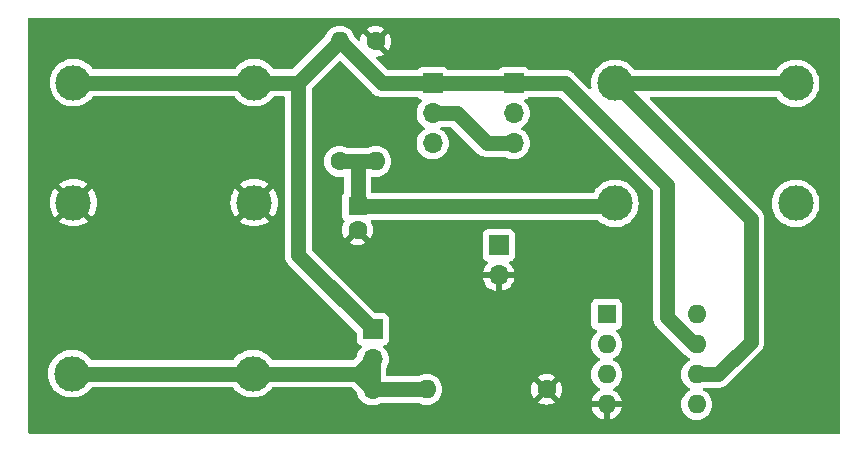
<source format=gtl>
%TF.GenerationSoftware,KiCad,Pcbnew,7.0.2-0*%
%TF.CreationDate,2023-07-09T16:01:25+01:00*%
%TF.ProjectId,jfet-matcher,6a666574-2d6d-4617-9463-6865722e6b69,rev?*%
%TF.SameCoordinates,Original*%
%TF.FileFunction,Copper,L1,Top*%
%TF.FilePolarity,Positive*%
%FSLAX46Y46*%
G04 Gerber Fmt 4.6, Leading zero omitted, Abs format (unit mm)*
G04 Created by KiCad (PCBNEW 7.0.2-0) date 2023-07-09 16:01:25*
%MOMM*%
%LPD*%
G01*
G04 APERTURE LIST*
%TA.AperFunction,ComponentPad*%
%ADD10C,3.000000*%
%TD*%
%TA.AperFunction,ComponentPad*%
%ADD11C,1.600000*%
%TD*%
%TA.AperFunction,ComponentPad*%
%ADD12O,1.600000X1.600000*%
%TD*%
%TA.AperFunction,ComponentPad*%
%ADD13R,1.700000X1.700000*%
%TD*%
%TA.AperFunction,ComponentPad*%
%ADD14O,1.700000X1.700000*%
%TD*%
%TA.AperFunction,ComponentPad*%
%ADD15R,1.600000X1.600000*%
%TD*%
%TA.AperFunction,Conductor*%
%ADD16C,1.270000*%
%TD*%
G04 APERTURE END LIST*
D10*
%TO.P,J4,1*%
%TO.N,/VREF*%
X162246000Y-69342000D03*
X177546000Y-69342000D03*
%TD*%
%TO.P,J3,1*%
%TO.N,Net-(J6-Pin_3)*%
X162246000Y-59182000D03*
X177546000Y-59182000D03*
%TD*%
D11*
%TO.P,R3,1*%
%TO.N,GND*%
X156464000Y-85090000D03*
D12*
%TO.P,R3,2*%
%TO.N,Net-(J8-Pin_2)*%
X146304000Y-85090000D03*
%TD*%
D13*
%TO.P,J5,1,Pin_1*%
%TO.N,Net-(J5-Pin_1)*%
X152400000Y-72898000D03*
D14*
%TO.P,J5,2,Pin_2*%
%TO.N,GND*%
X152400000Y-75438000D03*
%TD*%
D13*
%TO.P,J8,1,Pin_1*%
%TO.N,VCC*%
X141732000Y-80010000D03*
D14*
%TO.P,J8,2,Pin_2*%
%TO.N,Net-(J8-Pin_2)*%
X141732000Y-82550000D03*
%TO.P,J8,3,Pin_3*%
X141732000Y-85090000D03*
%TD*%
D13*
%TO.P,J7,1,Pin_1*%
%TO.N,VCC*%
X146812000Y-59182000D03*
D14*
%TO.P,J7,2,Pin_2*%
%TO.N,Net-(J6-Pin_3)*%
X146812000Y-61722000D03*
%TO.P,J7,3,Pin_3*%
%TO.N,Net-(J5-Pin_1)*%
X146812000Y-64262000D03*
%TD*%
D10*
%TO.P,J1,1*%
%TO.N,VCC*%
X131698000Y-59131000D03*
X116398000Y-59131000D03*
%TD*%
D11*
%TO.P,R1,1*%
%TO.N,/VREF*%
X138938000Y-65786000D03*
D12*
%TO.P,R1,2*%
%TO.N,VCC*%
X138938000Y-55626000D03*
%TD*%
D10*
%TO.P,J9,1*%
%TO.N,Net-(J8-Pin_2)*%
X131572000Y-83769000D03*
X116272000Y-83769000D03*
%TD*%
D15*
%TO.P,C1,1*%
%TO.N,/VREF*%
X140462000Y-69596000D03*
D11*
%TO.P,C1,2*%
%TO.N,GND*%
X140462000Y-71596000D03*
%TD*%
D10*
%TO.P,J2,1*%
%TO.N,GND*%
X131698000Y-69291000D03*
X116398000Y-69291000D03*
%TD*%
D11*
%TO.P,R2,1*%
%TO.N,GND*%
X141986000Y-55626000D03*
D12*
%TO.P,R2,2*%
%TO.N,/VREF*%
X141986000Y-65786000D03*
%TD*%
D15*
%TO.P,U1,1,NULL*%
%TO.N,unconnected-(U1-NULL-Pad1)*%
X161544000Y-78740000D03*
D12*
%TO.P,U1,2,-*%
%TO.N,Net-(J5-Pin_1)*%
X161544000Y-81280000D03*
%TO.P,U1,3,+*%
%TO.N,/VREF*%
X161544000Y-83820000D03*
%TO.P,U1,4,V-*%
%TO.N,GND*%
X161544000Y-86360000D03*
%TO.P,U1,5,NULL*%
%TO.N,unconnected-(U1-NULL-Pad5)*%
X169164000Y-86360000D03*
%TO.P,U1,6*%
%TO.N,Net-(J6-Pin_3)*%
X169164000Y-83820000D03*
%TO.P,U1,7,V+*%
%TO.N,VCC*%
X169164000Y-81280000D03*
%TO.P,U1,8,NC*%
%TO.N,unconnected-(U1-NC-Pad8)*%
X169164000Y-78740000D03*
%TD*%
D13*
%TO.P,J6,1,Pin_1*%
%TO.N,VCC*%
X153670000Y-59182000D03*
D14*
%TO.P,J6,2,Pin_2*%
%TO.N,Net-(J5-Pin_1)*%
X153670000Y-61722000D03*
%TO.P,J6,3,Pin_3*%
%TO.N,Net-(J6-Pin_3)*%
X153670000Y-64262000D03*
%TD*%
D16*
%TO.N,/VREF*%
X140462000Y-69596000D02*
X140462000Y-65786000D01*
X161992000Y-69596000D02*
X162246000Y-69342000D01*
X140462000Y-69596000D02*
X161992000Y-69596000D01*
X140462000Y-65786000D02*
X141986000Y-65786000D01*
X138938000Y-65786000D02*
X140462000Y-65786000D01*
%TO.N,VCC*%
X142494000Y-59182000D02*
X146812000Y-59182000D01*
X138938000Y-55626000D02*
X142494000Y-59182000D01*
X141732000Y-80010000D02*
X135433000Y-73711000D01*
X135433000Y-73711000D02*
X135433000Y-59131000D01*
X166624000Y-78994000D02*
X168910000Y-81280000D01*
X146812000Y-59182000D02*
X153670000Y-59182000D01*
X135433000Y-59131000D02*
X138938000Y-55626000D01*
X131698000Y-59131000D02*
X135433000Y-59131000D01*
X116398000Y-59131000D02*
X131698000Y-59131000D01*
X153670000Y-59182000D02*
X157988000Y-59182000D01*
X157988000Y-59182000D02*
X166624000Y-67818000D01*
X168910000Y-81280000D02*
X169164000Y-81280000D01*
X166624000Y-67818000D02*
X166624000Y-78994000D01*
%TO.N,Net-(J6-Pin_3)*%
X173736000Y-70672000D02*
X173736000Y-81052607D01*
X146812000Y-61722000D02*
X148844000Y-61722000D01*
X148844000Y-61722000D02*
X151384000Y-64262000D01*
X162246000Y-59182000D02*
X173736000Y-70672000D01*
X173736000Y-81052607D02*
X170968607Y-83820000D01*
X162246000Y-59182000D02*
X177546000Y-59182000D01*
X151384000Y-64262000D02*
X153670000Y-64262000D01*
X170968607Y-83820000D02*
X169164000Y-83820000D01*
%TO.N,Net-(J8-Pin_2)*%
X140513000Y-83769000D02*
X140513000Y-83871000D01*
X140513000Y-83871000D02*
X141732000Y-85090000D01*
X141732000Y-82550000D02*
X141732000Y-85090000D01*
X140513000Y-83769000D02*
X141732000Y-82550000D01*
X131572000Y-83769000D02*
X140513000Y-83769000D01*
X141732000Y-85090000D02*
X146304000Y-85090000D01*
X116272000Y-83769000D02*
X131572000Y-83769000D01*
%TD*%
%TA.AperFunction,Conductor*%
%TO.N,GND*%
G36*
X181252539Y-53660185D02*
G01*
X181298294Y-53712989D01*
X181309500Y-53764500D01*
X181309500Y-88729500D01*
X181289815Y-88796539D01*
X181237011Y-88842294D01*
X181185500Y-88853500D01*
X112692500Y-88853500D01*
X112625461Y-88833815D01*
X112579706Y-88781011D01*
X112568500Y-88729500D01*
X112568500Y-83769000D01*
X114258807Y-83769000D01*
X114259096Y-83773225D01*
X114271862Y-83959866D01*
X114277558Y-84043130D01*
X114278419Y-84047277D01*
X114278421Y-84047286D01*
X114286010Y-84083805D01*
X114333462Y-84312153D01*
X114334880Y-84316144D01*
X114334883Y-84316153D01*
X114424056Y-84567061D01*
X114425477Y-84571058D01*
X114427424Y-84574816D01*
X114427426Y-84574820D01*
X114542235Y-84796391D01*
X114551889Y-84815023D01*
X114554335Y-84818488D01*
X114707898Y-85036039D01*
X114707902Y-85036044D01*
X114710343Y-85039502D01*
X114779493Y-85113543D01*
X114874385Y-85215148D01*
X114897889Y-85240314D01*
X115111031Y-85413718D01*
X115345800Y-85556484D01*
X115597823Y-85665953D01*
X115806825Y-85724512D01*
X115858324Y-85738942D01*
X115858326Y-85738942D01*
X115862404Y-85740085D01*
X116134615Y-85777500D01*
X116138852Y-85777500D01*
X116405148Y-85777500D01*
X116409385Y-85777500D01*
X116681596Y-85740085D01*
X116946177Y-85665953D01*
X117198200Y-85556484D01*
X117432969Y-85413718D01*
X117646111Y-85240314D01*
X117833657Y-85039502D01*
X117886251Y-84964991D01*
X117940993Y-84921574D01*
X117987556Y-84912500D01*
X129856444Y-84912500D01*
X129923483Y-84932185D01*
X129957747Y-84964990D01*
X130010343Y-85039502D01*
X130013223Y-85042586D01*
X130013229Y-85042593D01*
X130181229Y-85222476D01*
X130197889Y-85240314D01*
X130411031Y-85413718D01*
X130645800Y-85556484D01*
X130897823Y-85665953D01*
X131106825Y-85724512D01*
X131158324Y-85738942D01*
X131158326Y-85738942D01*
X131162404Y-85740085D01*
X131434615Y-85777500D01*
X131438852Y-85777500D01*
X131705148Y-85777500D01*
X131709385Y-85777500D01*
X131981596Y-85740085D01*
X132246177Y-85665953D01*
X132498200Y-85556484D01*
X132732969Y-85413718D01*
X132946111Y-85240314D01*
X133133657Y-85039502D01*
X133186251Y-84964991D01*
X133240993Y-84921574D01*
X133287556Y-84912500D01*
X139885985Y-84912500D01*
X139953024Y-84932185D01*
X139973666Y-84948819D01*
X140379644Y-85354797D01*
X140412168Y-85412037D01*
X140428155Y-85475165D01*
X140442704Y-85532616D01*
X140453913Y-85558170D01*
X140533138Y-85738788D01*
X140533140Y-85738791D01*
X140656278Y-85927268D01*
X140808760Y-86092906D01*
X140986424Y-86231189D01*
X141184426Y-86338342D01*
X141397365Y-86411444D01*
X141619431Y-86448500D01*
X141844569Y-86448500D01*
X142066635Y-86411444D01*
X142279574Y-86338342D01*
X142445689Y-86248445D01*
X142504707Y-86233500D01*
X145632580Y-86233500D01*
X145684983Y-86245117D01*
X145854757Y-86324284D01*
X146075913Y-86383543D01*
X146304000Y-86403498D01*
X146532087Y-86383543D01*
X146753243Y-86324284D01*
X146960749Y-86227523D01*
X147148300Y-86096198D01*
X147310198Y-85934300D01*
X147441523Y-85746749D01*
X147538284Y-85539243D01*
X147597543Y-85318087D01*
X147617498Y-85090000D01*
X147617498Y-85089999D01*
X155159033Y-85089999D01*
X155178858Y-85316602D01*
X155237733Y-85536326D01*
X155333866Y-85742484D01*
X155384972Y-85815471D01*
X155384973Y-85815472D01*
X156066045Y-85134399D01*
X156078835Y-85215148D01*
X156136359Y-85328045D01*
X156225955Y-85417641D01*
X156338852Y-85475165D01*
X156419599Y-85487953D01*
X155738526Y-86169025D01*
X155738526Y-86169026D01*
X155811515Y-86220133D01*
X156017673Y-86316266D01*
X156237397Y-86375141D01*
X156464000Y-86394966D01*
X156690602Y-86375141D01*
X156910326Y-86316266D01*
X157116480Y-86220134D01*
X157189472Y-86169025D01*
X156508401Y-85487953D01*
X156589148Y-85475165D01*
X156702045Y-85417641D01*
X156791641Y-85328045D01*
X156849165Y-85215148D01*
X156861953Y-85134400D01*
X157543025Y-85815472D01*
X157594134Y-85742480D01*
X157690266Y-85536326D01*
X157749141Y-85316602D01*
X157768966Y-85090000D01*
X157749141Y-84863397D01*
X157690266Y-84643673D01*
X157594133Y-84437515D01*
X157543025Y-84364526D01*
X156861953Y-85045598D01*
X156849165Y-84964852D01*
X156791641Y-84851955D01*
X156702045Y-84762359D01*
X156589148Y-84704835D01*
X156508400Y-84692046D01*
X157189472Y-84010974D01*
X157189471Y-84010972D01*
X157116484Y-83959866D01*
X156910326Y-83863733D01*
X156747113Y-83820000D01*
X160230501Y-83820000D01*
X160250456Y-84048084D01*
X160309717Y-84269246D01*
X160406474Y-84476744D01*
X160406476Y-84476746D01*
X160406477Y-84476749D01*
X160537802Y-84664300D01*
X160699700Y-84826198D01*
X160887251Y-84957523D01*
X160940401Y-84982307D01*
X160992839Y-85028477D01*
X161011992Y-85095670D01*
X160991777Y-85162552D01*
X160940403Y-85207069D01*
X160891520Y-85229864D01*
X160705180Y-85360341D01*
X160544341Y-85521180D01*
X160413865Y-85707519D01*
X160317733Y-85913673D01*
X160265128Y-86109999D01*
X160265128Y-86110000D01*
X161228314Y-86110000D01*
X161216359Y-86121955D01*
X161158835Y-86234852D01*
X161139014Y-86360000D01*
X161158835Y-86485148D01*
X161216359Y-86598045D01*
X161228314Y-86610000D01*
X160265128Y-86610000D01*
X160317733Y-86806326D01*
X160413865Y-87012480D01*
X160544341Y-87198819D01*
X160705180Y-87359658D01*
X160891519Y-87490134D01*
X161097673Y-87586266D01*
X161293999Y-87638871D01*
X161294000Y-87638871D01*
X161294000Y-86675686D01*
X161305955Y-86687641D01*
X161418852Y-86745165D01*
X161512519Y-86760000D01*
X161575481Y-86760000D01*
X161669148Y-86745165D01*
X161782045Y-86687641D01*
X161794000Y-86675685D01*
X161794000Y-87638871D01*
X161990326Y-87586266D01*
X162196480Y-87490134D01*
X162382819Y-87359658D01*
X162543658Y-87198819D01*
X162674134Y-87012480D01*
X162770266Y-86806326D01*
X162822872Y-86610000D01*
X161859686Y-86610000D01*
X161871641Y-86598045D01*
X161929165Y-86485148D01*
X161948986Y-86360000D01*
X161929165Y-86234852D01*
X161871641Y-86121955D01*
X161859686Y-86110000D01*
X162822872Y-86110000D01*
X162822871Y-86109999D01*
X162770266Y-85913673D01*
X162674134Y-85707519D01*
X162543658Y-85521180D01*
X162382819Y-85360341D01*
X162196482Y-85229866D01*
X162147597Y-85207070D01*
X162095158Y-85160897D01*
X162076007Y-85093703D01*
X162096223Y-85026822D01*
X162147595Y-84982308D01*
X162200749Y-84957523D01*
X162388300Y-84826198D01*
X162550198Y-84664300D01*
X162681523Y-84476749D01*
X162778284Y-84269243D01*
X162837543Y-84048087D01*
X162857498Y-83820000D01*
X162837543Y-83591913D01*
X162778284Y-83370757D01*
X162698096Y-83198792D01*
X162681525Y-83163255D01*
X162681524Y-83163254D01*
X162681523Y-83163251D01*
X162550198Y-82975700D01*
X162388300Y-82813802D01*
X162200749Y-82682477D01*
X162157655Y-82662382D01*
X162105215Y-82616210D01*
X162086063Y-82549017D01*
X162106278Y-82482136D01*
X162157655Y-82437618D01*
X162160882Y-82436112D01*
X162200749Y-82417523D01*
X162388300Y-82286198D01*
X162550198Y-82124300D01*
X162681523Y-81936749D01*
X162778284Y-81729243D01*
X162837543Y-81508087D01*
X162857498Y-81280000D01*
X162837543Y-81051913D01*
X162778284Y-80830757D01*
X162681523Y-80623251D01*
X162550198Y-80435700D01*
X162388300Y-80273802D01*
X162380630Y-80268431D01*
X162337008Y-80213858D01*
X162329814Y-80144360D01*
X162361336Y-80082005D01*
X162421566Y-80046590D01*
X162438498Y-80043569D01*
X162453201Y-80041989D01*
X162453203Y-80041988D01*
X162453205Y-80041988D01*
X162541601Y-80009017D01*
X162590204Y-79990889D01*
X162707261Y-79903261D01*
X162794889Y-79786204D01*
X162845989Y-79649201D01*
X162852500Y-79588638D01*
X162852500Y-77891362D01*
X162845989Y-77830799D01*
X162845988Y-77830797D01*
X162845988Y-77830794D01*
X162794889Y-77693796D01*
X162707261Y-77576738D01*
X162590203Y-77489110D01*
X162453205Y-77438011D01*
X162395924Y-77431853D01*
X162395918Y-77431852D01*
X162392638Y-77431500D01*
X160695362Y-77431500D01*
X160692082Y-77431852D01*
X160692075Y-77431853D01*
X160634794Y-77438011D01*
X160497796Y-77489110D01*
X160380738Y-77576738D01*
X160293110Y-77693796D01*
X160242011Y-77830794D01*
X160235853Y-77888075D01*
X160235500Y-77891362D01*
X160235500Y-79588638D01*
X160235852Y-79591918D01*
X160235853Y-79591924D01*
X160242011Y-79649205D01*
X160293110Y-79786203D01*
X160380738Y-79903261D01*
X160497796Y-79990889D01*
X160634794Y-80041988D01*
X160634797Y-80041988D01*
X160634799Y-80041989D01*
X160649497Y-80043569D01*
X160714048Y-80070307D01*
X160753897Y-80127699D01*
X160756391Y-80197524D01*
X160720739Y-80257613D01*
X160707368Y-80268433D01*
X160699698Y-80273803D01*
X160537805Y-80435696D01*
X160406474Y-80623255D01*
X160309717Y-80830753D01*
X160250456Y-81051915D01*
X160230501Y-81280000D01*
X160250456Y-81508084D01*
X160309717Y-81729246D01*
X160406474Y-81936744D01*
X160406476Y-81936746D01*
X160406477Y-81936749D01*
X160537802Y-82124300D01*
X160699700Y-82286198D01*
X160887251Y-82417523D01*
X160927334Y-82436214D01*
X160930345Y-82437618D01*
X160982784Y-82483791D01*
X161001936Y-82550984D01*
X160981720Y-82617865D01*
X160930344Y-82662382D01*
X160887251Y-82682477D01*
X160699700Y-82813802D01*
X160699696Y-82813805D01*
X160537805Y-82975696D01*
X160406474Y-83163255D01*
X160309717Y-83370753D01*
X160250456Y-83591915D01*
X160230501Y-83820000D01*
X156747113Y-83820000D01*
X156690602Y-83804858D01*
X156464000Y-83785033D01*
X156237397Y-83804858D01*
X156017672Y-83863733D01*
X155811516Y-83959865D01*
X155738527Y-84010973D01*
X155738526Y-84010973D01*
X156419600Y-84692046D01*
X156338852Y-84704835D01*
X156225955Y-84762359D01*
X156136359Y-84851955D01*
X156078835Y-84964852D01*
X156066046Y-85045598D01*
X155384973Y-84364527D01*
X155333865Y-84437516D01*
X155237733Y-84643672D01*
X155178858Y-84863397D01*
X155159033Y-85089999D01*
X147617498Y-85089999D01*
X147597543Y-84861913D01*
X147538284Y-84640757D01*
X147441523Y-84433251D01*
X147310198Y-84245700D01*
X147148300Y-84083802D01*
X146960749Y-83952477D01*
X146960746Y-83952476D01*
X146960744Y-83952474D01*
X146753246Y-83855717D01*
X146753243Y-83855716D01*
X146563440Y-83804858D01*
X146532084Y-83796456D01*
X146304000Y-83776501D01*
X146075915Y-83796456D01*
X145854756Y-83855716D01*
X145769009Y-83895700D01*
X145684983Y-83934882D01*
X145632580Y-83946500D01*
X142999500Y-83946500D01*
X142932461Y-83926815D01*
X142886706Y-83874011D01*
X142875500Y-83822500D01*
X142875500Y-83320441D01*
X142895185Y-83253402D01*
X142895692Y-83252619D01*
X142930860Y-83198791D01*
X143021296Y-82992616D01*
X143076564Y-82774368D01*
X143095156Y-82550000D01*
X143076564Y-82325632D01*
X143021296Y-82107384D01*
X142930860Y-81901209D01*
X142807722Y-81712732D01*
X142807721Y-81712731D01*
X142807718Y-81712726D01*
X142662510Y-81554990D01*
X142631587Y-81492336D01*
X142639447Y-81422910D01*
X142683594Y-81368754D01*
X142710396Y-81354829D01*
X142828204Y-81310889D01*
X142945261Y-81223261D01*
X143032889Y-81106204D01*
X143083989Y-80969201D01*
X143090500Y-80908638D01*
X143090500Y-79111362D01*
X143083989Y-79050799D01*
X143083988Y-79050797D01*
X143083988Y-79050794D01*
X143032889Y-78913796D01*
X142945261Y-78796738D01*
X142828203Y-78709110D01*
X142691205Y-78658011D01*
X142633924Y-78651853D01*
X142633918Y-78651852D01*
X142630638Y-78651500D01*
X142627328Y-78651500D01*
X142042015Y-78651500D01*
X141974976Y-78631815D01*
X141954334Y-78615181D01*
X137135791Y-73796638D01*
X151041500Y-73796638D01*
X151041852Y-73799918D01*
X151041853Y-73799924D01*
X151048011Y-73857205D01*
X151099110Y-73994203D01*
X151186738Y-74111261D01*
X151303793Y-74198887D01*
X151303796Y-74198889D01*
X151433382Y-74247222D01*
X151489313Y-74289093D01*
X151513730Y-74354557D01*
X151498878Y-74422830D01*
X151477728Y-74451084D01*
X151361888Y-74566924D01*
X151226400Y-74760421D01*
X151126569Y-74974507D01*
X151069364Y-75187999D01*
X151069364Y-75188000D01*
X151966314Y-75188000D01*
X151940507Y-75228156D01*
X151900000Y-75366111D01*
X151900000Y-75509889D01*
X151940507Y-75647844D01*
X151966314Y-75688000D01*
X151069364Y-75688000D01*
X151126569Y-75901492D01*
X151226399Y-76115576D01*
X151361893Y-76309081D01*
X151528918Y-76476106D01*
X151722423Y-76611600D01*
X151936509Y-76711430D01*
X152150000Y-76768634D01*
X152150000Y-75873501D01*
X152257685Y-75922680D01*
X152364237Y-75938000D01*
X152435763Y-75938000D01*
X152542315Y-75922680D01*
X152650000Y-75873501D01*
X152650000Y-76768633D01*
X152863490Y-76711430D01*
X153077576Y-76611600D01*
X153271081Y-76476106D01*
X153438106Y-76309081D01*
X153573600Y-76115576D01*
X153673430Y-75901492D01*
X153730636Y-75688000D01*
X152833686Y-75688000D01*
X152859493Y-75647844D01*
X152900000Y-75509889D01*
X152900000Y-75366111D01*
X152859493Y-75228156D01*
X152833686Y-75188000D01*
X153730636Y-75188000D01*
X153730635Y-75187999D01*
X153673430Y-74974507D01*
X153573599Y-74760421D01*
X153438109Y-74566921D01*
X153322272Y-74451084D01*
X153288787Y-74389761D01*
X153293771Y-74320069D01*
X153335643Y-74264136D01*
X153366612Y-74247224D01*
X153496204Y-74198889D01*
X153613261Y-74111261D01*
X153700889Y-73994204D01*
X153751989Y-73857201D01*
X153758500Y-73796638D01*
X153758500Y-71999362D01*
X153751989Y-71938799D01*
X153751988Y-71938797D01*
X153751988Y-71938794D01*
X153700889Y-71801796D01*
X153613261Y-71684738D01*
X153496203Y-71597110D01*
X153359205Y-71546011D01*
X153301924Y-71539853D01*
X153301918Y-71539852D01*
X153298638Y-71539500D01*
X151501362Y-71539500D01*
X151498082Y-71539852D01*
X151498075Y-71539853D01*
X151440794Y-71546011D01*
X151303796Y-71597110D01*
X151186738Y-71684738D01*
X151099110Y-71801796D01*
X151048011Y-71938794D01*
X151043456Y-71981165D01*
X151041500Y-71999362D01*
X151041500Y-73796638D01*
X137135791Y-73796638D01*
X136612819Y-73273666D01*
X136579334Y-73212343D01*
X136576500Y-73185985D01*
X136576500Y-65785999D01*
X137624501Y-65785999D01*
X137644456Y-66014084D01*
X137703717Y-66235246D01*
X137800474Y-66442744D01*
X137800476Y-66442746D01*
X137800477Y-66442749D01*
X137931802Y-66630300D01*
X138093700Y-66792198D01*
X138281251Y-66923523D01*
X138488757Y-67020284D01*
X138709913Y-67079543D01*
X138938000Y-67099498D01*
X139176895Y-67078598D01*
X139177094Y-67080879D01*
X139232249Y-67082189D01*
X139290114Y-67121348D01*
X139317622Y-67185575D01*
X139318500Y-67200304D01*
X139318500Y-68365070D01*
X139298815Y-68432109D01*
X139293767Y-68439380D01*
X139211110Y-68549796D01*
X139160011Y-68686794D01*
X139155786Y-68726097D01*
X139153500Y-68747362D01*
X139153500Y-70444638D01*
X139153852Y-70447918D01*
X139153853Y-70447924D01*
X139160011Y-70505205D01*
X139211110Y-70642203D01*
X139298737Y-70759260D01*
X139308953Y-70766907D01*
X139350825Y-70822840D01*
X139355811Y-70892532D01*
X139336224Y-70937291D01*
X139331868Y-70943512D01*
X139235733Y-71149673D01*
X139176858Y-71369397D01*
X139157033Y-71596000D01*
X139176858Y-71822602D01*
X139235733Y-72042326D01*
X139331866Y-72248484D01*
X139382972Y-72321471D01*
X139382973Y-72321472D01*
X140064045Y-71640399D01*
X140076835Y-71721148D01*
X140134359Y-71834045D01*
X140223955Y-71923641D01*
X140336852Y-71981165D01*
X140417599Y-71993953D01*
X139736526Y-72675025D01*
X139736526Y-72675026D01*
X139809515Y-72726133D01*
X140015673Y-72822266D01*
X140235397Y-72881141D01*
X140461999Y-72900966D01*
X140688602Y-72881141D01*
X140908326Y-72822266D01*
X141114480Y-72726134D01*
X141187472Y-72675025D01*
X140506401Y-71993953D01*
X140587148Y-71981165D01*
X140700045Y-71923641D01*
X140789641Y-71834045D01*
X140847165Y-71721148D01*
X140859953Y-71640400D01*
X141541025Y-72321472D01*
X141592134Y-72248480D01*
X141688266Y-72042326D01*
X141747141Y-71822602D01*
X141766966Y-71596000D01*
X141747141Y-71369397D01*
X141688266Y-71149673D01*
X141592134Y-70943518D01*
X141587780Y-70937300D01*
X141565452Y-70871094D01*
X141582461Y-70803327D01*
X141615060Y-70766896D01*
X141618641Y-70764216D01*
X141684110Y-70739814D01*
X141692929Y-70739500D01*
X160749091Y-70739500D01*
X160816130Y-70759185D01*
X160839709Y-70778858D01*
X160871889Y-70813314D01*
X161085031Y-70986718D01*
X161319800Y-71129484D01*
X161571823Y-71238953D01*
X161775816Y-71296109D01*
X161832324Y-71311942D01*
X161832326Y-71311942D01*
X161836404Y-71313085D01*
X162108615Y-71350500D01*
X162112852Y-71350500D01*
X162379148Y-71350500D01*
X162383385Y-71350500D01*
X162655596Y-71313085D01*
X162920177Y-71238953D01*
X163172200Y-71129484D01*
X163406969Y-70986718D01*
X163620111Y-70813314D01*
X163807657Y-70612502D01*
X163966111Y-70388023D01*
X164092523Y-70144058D01*
X164184538Y-69885153D01*
X164240442Y-69616130D01*
X164259193Y-69342000D01*
X164240442Y-69067870D01*
X164184538Y-68798847D01*
X164092523Y-68539942D01*
X163966111Y-68295977D01*
X163807657Y-68071498D01*
X163620111Y-67870686D01*
X163616829Y-67868016D01*
X163616826Y-67868013D01*
X163490160Y-67764963D01*
X163406969Y-67697282D01*
X163403345Y-67695078D01*
X163403342Y-67695076D01*
X163175818Y-67556716D01*
X163175816Y-67556715D01*
X163172200Y-67554516D01*
X163150707Y-67545180D01*
X162924058Y-67446732D01*
X162924048Y-67446728D01*
X162920177Y-67445047D01*
X162916105Y-67443906D01*
X162659675Y-67372057D01*
X162659662Y-67372054D01*
X162655596Y-67370915D01*
X162651406Y-67370339D01*
X162651396Y-67370337D01*
X162387582Y-67334076D01*
X162387569Y-67334075D01*
X162383385Y-67333500D01*
X162108615Y-67333500D01*
X162104431Y-67334075D01*
X162104417Y-67334076D01*
X161840603Y-67370337D01*
X161840590Y-67370339D01*
X161836404Y-67370915D01*
X161832340Y-67372053D01*
X161832324Y-67372057D01*
X161575894Y-67443906D01*
X161575889Y-67443907D01*
X161571823Y-67445047D01*
X161567956Y-67446726D01*
X161567941Y-67446732D01*
X161323683Y-67552829D01*
X161323678Y-67552831D01*
X161319800Y-67554516D01*
X161316189Y-67556711D01*
X161316181Y-67556716D01*
X161088657Y-67695076D01*
X161088646Y-67695083D01*
X161085031Y-67697282D01*
X161081741Y-67699958D01*
X161081739Y-67699960D01*
X160875173Y-67868013D01*
X160875162Y-67868022D01*
X160871889Y-67870686D01*
X160869010Y-67873768D01*
X160869001Y-67873777D01*
X160687231Y-68068405D01*
X160687226Y-68068410D01*
X160684343Y-68071498D01*
X160681907Y-68074948D01*
X160681898Y-68074960D01*
X160528335Y-68292511D01*
X160528331Y-68292516D01*
X160525889Y-68295977D01*
X160523943Y-68299731D01*
X160523939Y-68299739D01*
X160479477Y-68385548D01*
X160431157Y-68436015D01*
X160369379Y-68452500D01*
X141729500Y-68452500D01*
X141662461Y-68432815D01*
X141616706Y-68380011D01*
X141605500Y-68328500D01*
X141605500Y-67200304D01*
X141625185Y-67133265D01*
X141677989Y-67087510D01*
X141747147Y-67077566D01*
X141755950Y-67079371D01*
X141757911Y-67079542D01*
X141757913Y-67079543D01*
X141986000Y-67099498D01*
X142214087Y-67079543D01*
X142435243Y-67020284D01*
X142642749Y-66923523D01*
X142830300Y-66792198D01*
X142992198Y-66630300D01*
X143123523Y-66442749D01*
X143220284Y-66235243D01*
X143279543Y-66014087D01*
X143299498Y-65786000D01*
X143279543Y-65557913D01*
X143220284Y-65336757D01*
X143123523Y-65129251D01*
X142992198Y-64941700D01*
X142830300Y-64779802D01*
X142642749Y-64648477D01*
X142642746Y-64648476D01*
X142642744Y-64648474D01*
X142435246Y-64551717D01*
X142435243Y-64551716D01*
X142324664Y-64522086D01*
X142214084Y-64492456D01*
X141986000Y-64472501D01*
X141757915Y-64492456D01*
X141536756Y-64551716D01*
X141451009Y-64591700D01*
X141366983Y-64630882D01*
X141314580Y-64642500D01*
X139609420Y-64642500D01*
X139557016Y-64630882D01*
X139387243Y-64551716D01*
X139387242Y-64551716D01*
X139166084Y-64492456D01*
X138938000Y-64472501D01*
X138709915Y-64492456D01*
X138488753Y-64551717D01*
X138281255Y-64648474D01*
X138093696Y-64779805D01*
X137931805Y-64941696D01*
X137800474Y-65129255D01*
X137703717Y-65336753D01*
X137644456Y-65557915D01*
X137624501Y-65785999D01*
X136576500Y-65785999D01*
X136576500Y-59656014D01*
X136596185Y-59588975D01*
X136612819Y-59568333D01*
X138850318Y-57330834D01*
X138911641Y-57297349D01*
X138981333Y-57302333D01*
X139025680Y-57330834D01*
X141664724Y-59969878D01*
X141668680Y-59974021D01*
X141720328Y-60030676D01*
X141781507Y-60076877D01*
X141785996Y-60080433D01*
X141829831Y-60116832D01*
X141844998Y-60129426D01*
X141860707Y-60138176D01*
X141875092Y-60147549D01*
X141889447Y-60158390D01*
X141919311Y-60173260D01*
X141958115Y-60192582D01*
X141963115Y-60195216D01*
X142030138Y-60232548D01*
X142037502Y-60235016D01*
X142047186Y-60238262D01*
X142063053Y-60244834D01*
X142079150Y-60252850D01*
X142152921Y-60273839D01*
X142158379Y-60275530D01*
X142231068Y-60299894D01*
X142231071Y-60299894D01*
X142231073Y-60299895D01*
X142248888Y-60302379D01*
X142265679Y-60305921D01*
X142282982Y-60310845D01*
X142359361Y-60317922D01*
X142364974Y-60318572D01*
X142440962Y-60329173D01*
X142517554Y-60325632D01*
X142523281Y-60325500D01*
X145484446Y-60325500D01*
X145551485Y-60345185D01*
X145583713Y-60375189D01*
X145598739Y-60395262D01*
X145715793Y-60482887D01*
X145715796Y-60482889D01*
X145833596Y-60526826D01*
X145889527Y-60568697D01*
X145913944Y-60634161D01*
X145899092Y-60702434D01*
X145881490Y-60726990D01*
X145736279Y-60884730D01*
X145613138Y-61073211D01*
X145539388Y-61241348D01*
X145522704Y-61279384D01*
X145467436Y-61497632D01*
X145467435Y-61497636D01*
X145448843Y-61721999D01*
X145467435Y-61946363D01*
X145522705Y-62164618D01*
X145613138Y-62370788D01*
X145613140Y-62370791D01*
X145736278Y-62559268D01*
X145888760Y-62724906D01*
X146066424Y-62863189D01*
X146066426Y-62863190D01*
X146102931Y-62882946D01*
X146152521Y-62932165D01*
X146167629Y-63000382D01*
X146143458Y-63065937D01*
X146102931Y-63101054D01*
X146066426Y-63120809D01*
X145888760Y-63259094D01*
X145736279Y-63424730D01*
X145613138Y-63613211D01*
X145522705Y-63819381D01*
X145467435Y-64037636D01*
X145448843Y-64262000D01*
X145467435Y-64486363D01*
X145467435Y-64486366D01*
X145467436Y-64486368D01*
X145483984Y-64551716D01*
X145522705Y-64704618D01*
X145613138Y-64910788D01*
X145613140Y-64910791D01*
X145736278Y-65099268D01*
X145888760Y-65264906D01*
X146066424Y-65403189D01*
X146264426Y-65510342D01*
X146477365Y-65583444D01*
X146699431Y-65620500D01*
X146924569Y-65620500D01*
X147146635Y-65583444D01*
X147359574Y-65510342D01*
X147557576Y-65403189D01*
X147735240Y-65264906D01*
X147887722Y-65099268D01*
X148010860Y-64910791D01*
X148101296Y-64704616D01*
X148156564Y-64486368D01*
X148175156Y-64262000D01*
X148156564Y-64037632D01*
X148101296Y-63819384D01*
X148010860Y-63613209D01*
X147887722Y-63424732D01*
X147735240Y-63259094D01*
X147557576Y-63120811D01*
X147521067Y-63101053D01*
X147471478Y-63051836D01*
X147456370Y-62983619D01*
X147480540Y-62918063D01*
X147521079Y-62882939D01*
X147525702Y-62880438D01*
X147584707Y-62865500D01*
X148318985Y-62865500D01*
X148386024Y-62885185D01*
X148406666Y-62901819D01*
X150554724Y-65049878D01*
X150558680Y-65054021D01*
X150610328Y-65110676D01*
X150671507Y-65156877D01*
X150675996Y-65160433D01*
X150719831Y-65196832D01*
X150734998Y-65209426D01*
X150750707Y-65218176D01*
X150765092Y-65227549D01*
X150779447Y-65238390D01*
X150825042Y-65261093D01*
X150848115Y-65272582D01*
X150853115Y-65275216D01*
X150920138Y-65312548D01*
X150927502Y-65315016D01*
X150937186Y-65318262D01*
X150953053Y-65324834D01*
X150969150Y-65332850D01*
X151042921Y-65353839D01*
X151048379Y-65355530D01*
X151121068Y-65379894D01*
X151121071Y-65379894D01*
X151121073Y-65379895D01*
X151138888Y-65382379D01*
X151155679Y-65385921D01*
X151172982Y-65390845D01*
X151249361Y-65397922D01*
X151254974Y-65398572D01*
X151330962Y-65409173D01*
X151407554Y-65405632D01*
X151413281Y-65405500D01*
X152897293Y-65405500D01*
X152956310Y-65420445D01*
X153122426Y-65510342D01*
X153335365Y-65583444D01*
X153557431Y-65620500D01*
X153782569Y-65620500D01*
X154004635Y-65583444D01*
X154217574Y-65510342D01*
X154415576Y-65403189D01*
X154593240Y-65264906D01*
X154745722Y-65099268D01*
X154868860Y-64910791D01*
X154959296Y-64704616D01*
X155014564Y-64486368D01*
X155033156Y-64262000D01*
X155014564Y-64037632D01*
X154959296Y-63819384D01*
X154868860Y-63613209D01*
X154745722Y-63424732D01*
X154593240Y-63259094D01*
X154415576Y-63120811D01*
X154379067Y-63101053D01*
X154329478Y-63051836D01*
X154314370Y-62983619D01*
X154338540Y-62918063D01*
X154379067Y-62882946D01*
X154415576Y-62863189D01*
X154593240Y-62724906D01*
X154745722Y-62559268D01*
X154868860Y-62370791D01*
X154959296Y-62164616D01*
X155014564Y-61946368D01*
X155033156Y-61722000D01*
X155014564Y-61497632D01*
X154959296Y-61279384D01*
X154868860Y-61073209D01*
X154745722Y-60884732D01*
X154745721Y-60884731D01*
X154745718Y-60884726D01*
X154600510Y-60726990D01*
X154569587Y-60664336D01*
X154577447Y-60594910D01*
X154621594Y-60540754D01*
X154648396Y-60526829D01*
X154766204Y-60482889D01*
X154874924Y-60401502D01*
X154883260Y-60395262D01*
X154898287Y-60375189D01*
X154954221Y-60333318D01*
X154997554Y-60325500D01*
X157462985Y-60325500D01*
X157530024Y-60345185D01*
X157550666Y-60361819D01*
X165444181Y-68255334D01*
X165477666Y-68316657D01*
X165480500Y-68343015D01*
X165480500Y-78964717D01*
X165480368Y-78970443D01*
X165476827Y-79047039D01*
X165487418Y-79122974D01*
X165488078Y-79128660D01*
X165495154Y-79205018D01*
X165500073Y-79222305D01*
X165503616Y-79239100D01*
X165506103Y-79256925D01*
X165530479Y-79329653D01*
X165532173Y-79335125D01*
X165553148Y-79408846D01*
X165561163Y-79424942D01*
X165567733Y-79440803D01*
X165573450Y-79457861D01*
X165610769Y-79524861D01*
X165613439Y-79529927D01*
X165647611Y-79598555D01*
X165658451Y-79612909D01*
X165667824Y-79627293D01*
X165676574Y-79643003D01*
X165725561Y-79701996D01*
X165729116Y-79706484D01*
X165775323Y-79767671D01*
X165832011Y-79819349D01*
X165836130Y-79823283D01*
X168080714Y-82067867D01*
X168084670Y-82072010D01*
X168136327Y-82128676D01*
X168170912Y-82154793D01*
X168197523Y-82174889D01*
X168202003Y-82178438D01*
X168256180Y-82223426D01*
X168264644Y-82231142D01*
X168319700Y-82286198D01*
X168507251Y-82417523D01*
X168547334Y-82436214D01*
X168550345Y-82437618D01*
X168602784Y-82483791D01*
X168621936Y-82550984D01*
X168601720Y-82617865D01*
X168550344Y-82662382D01*
X168507251Y-82682477D01*
X168319700Y-82813802D01*
X168319696Y-82813805D01*
X168157805Y-82975696D01*
X168026474Y-83163255D01*
X167929717Y-83370753D01*
X167870456Y-83591915D01*
X167850501Y-83820000D01*
X167870456Y-84048084D01*
X167929717Y-84269246D01*
X168026474Y-84476744D01*
X168026476Y-84476746D01*
X168026477Y-84476749D01*
X168157802Y-84664300D01*
X168319700Y-84826198D01*
X168507251Y-84957523D01*
X168544969Y-84975111D01*
X168550345Y-84977618D01*
X168602784Y-85023791D01*
X168621936Y-85090984D01*
X168601720Y-85157865D01*
X168550345Y-85202382D01*
X168522968Y-85215148D01*
X168507251Y-85222477D01*
X168356485Y-85328045D01*
X168319696Y-85353805D01*
X168157805Y-85515696D01*
X168157802Y-85515699D01*
X168157802Y-85515700D01*
X168141317Y-85539243D01*
X168026474Y-85703255D01*
X167929717Y-85910753D01*
X167870456Y-86131915D01*
X167850501Y-86360000D01*
X167870456Y-86588084D01*
X167897133Y-86687641D01*
X167928934Y-86806326D01*
X167929717Y-86809246D01*
X168026474Y-87016744D01*
X168026476Y-87016746D01*
X168026477Y-87016749D01*
X168157802Y-87204300D01*
X168319700Y-87366198D01*
X168507251Y-87497523D01*
X168714757Y-87594284D01*
X168935913Y-87653543D01*
X169164000Y-87673498D01*
X169392087Y-87653543D01*
X169613243Y-87594284D01*
X169820749Y-87497523D01*
X170008300Y-87366198D01*
X170170198Y-87204300D01*
X170301523Y-87016749D01*
X170398284Y-86809243D01*
X170457543Y-86588087D01*
X170477498Y-86360000D01*
X170457543Y-86131913D01*
X170398284Y-85910757D01*
X170318166Y-85738942D01*
X170301525Y-85703255D01*
X170301524Y-85703254D01*
X170301523Y-85703251D01*
X170170198Y-85515700D01*
X170008300Y-85353802D01*
X169820749Y-85222477D01*
X169777653Y-85202381D01*
X169725214Y-85156208D01*
X169706063Y-85089014D01*
X169726279Y-85022133D01*
X169777665Y-84977612D01*
X169783031Y-84975110D01*
X169835420Y-84963500D01*
X170939325Y-84963500D01*
X170945051Y-84963632D01*
X171021644Y-84967173D01*
X171097613Y-84956576D01*
X171103259Y-84955921D01*
X171179625Y-84948845D01*
X171196910Y-84943926D01*
X171213720Y-84940381D01*
X171231529Y-84937897D01*
X171231530Y-84937896D01*
X171231534Y-84937896D01*
X171304302Y-84913505D01*
X171309697Y-84911835D01*
X171383457Y-84890850D01*
X171399563Y-84882829D01*
X171415402Y-84876268D01*
X171432469Y-84870549D01*
X171499496Y-84833213D01*
X171504493Y-84830580D01*
X171573161Y-84796389D01*
X171587523Y-84785542D01*
X171601888Y-84776181D01*
X171617609Y-84767426D01*
X171676614Y-84718428D01*
X171681037Y-84714923D01*
X171742278Y-84668677D01*
X171793946Y-84611998D01*
X171797880Y-84607878D01*
X174523878Y-81881880D01*
X174527999Y-81877946D01*
X174528509Y-81877480D01*
X174584677Y-81826278D01*
X174630899Y-81765068D01*
X174634436Y-81760604D01*
X174674189Y-81712732D01*
X174683423Y-81701612D01*
X174683423Y-81701610D01*
X174683426Y-81701608D01*
X174692176Y-81685897D01*
X174701552Y-81671510D01*
X174712389Y-81657161D01*
X174746603Y-81588447D01*
X174749220Y-81583484D01*
X174786549Y-81516469D01*
X174792268Y-81499402D01*
X174798829Y-81483563D01*
X174806850Y-81467457D01*
X174827835Y-81393697D01*
X174829505Y-81388302D01*
X174853896Y-81315534D01*
X174856381Y-81297720D01*
X174859927Y-81280909D01*
X174864845Y-81263625D01*
X174871919Y-81187279D01*
X174872576Y-81181613D01*
X174883173Y-81105644D01*
X174879632Y-81029049D01*
X174879500Y-81023323D01*
X174879500Y-70701282D01*
X174879632Y-70695556D01*
X174879662Y-70694897D01*
X174883173Y-70618963D01*
X174872576Y-70542997D01*
X174871919Y-70537326D01*
X174868942Y-70505201D01*
X174864845Y-70460982D01*
X174859924Y-70443689D01*
X174856381Y-70426887D01*
X174853896Y-70409076D01*
X174853896Y-70409073D01*
X174829521Y-70336352D01*
X174827827Y-70330879D01*
X174806850Y-70257150D01*
X174798835Y-70241054D01*
X174792264Y-70225191D01*
X174786549Y-70208139D01*
X174786549Y-70208138D01*
X174749228Y-70141137D01*
X174746562Y-70136077D01*
X174712389Y-70067445D01*
X174701553Y-70053097D01*
X174692178Y-70038709D01*
X174683429Y-70023002D01*
X174634437Y-69964003D01*
X174630881Y-69959513D01*
X174584676Y-69898327D01*
X174528010Y-69846670D01*
X174523867Y-69842714D01*
X174023153Y-69342000D01*
X175532807Y-69342000D01*
X175551558Y-69616130D01*
X175552419Y-69620277D01*
X175552421Y-69620286D01*
X175606598Y-69880996D01*
X175607462Y-69885153D01*
X175608880Y-69889144D01*
X175608883Y-69889153D01*
X175697555Y-70138651D01*
X175699477Y-70144058D01*
X175701424Y-70147816D01*
X175701426Y-70147820D01*
X175758076Y-70257150D01*
X175825889Y-70388023D01*
X175828335Y-70391488D01*
X175981898Y-70609039D01*
X175981902Y-70609044D01*
X175984343Y-70612502D01*
X175987231Y-70615594D01*
X176103244Y-70739814D01*
X176171889Y-70813314D01*
X176385031Y-70986718D01*
X176619800Y-71129484D01*
X176871823Y-71238953D01*
X177075816Y-71296109D01*
X177132324Y-71311942D01*
X177132326Y-71311942D01*
X177136404Y-71313085D01*
X177408615Y-71350500D01*
X177412852Y-71350500D01*
X177679148Y-71350500D01*
X177683385Y-71350500D01*
X177955596Y-71313085D01*
X178220177Y-71238953D01*
X178472200Y-71129484D01*
X178706969Y-70986718D01*
X178920111Y-70813314D01*
X179107657Y-70612502D01*
X179266111Y-70388023D01*
X179392523Y-70144058D01*
X179484538Y-69885153D01*
X179540442Y-69616130D01*
X179559193Y-69342000D01*
X179540442Y-69067870D01*
X179484538Y-68798847D01*
X179392523Y-68539942D01*
X179266111Y-68295977D01*
X179107657Y-68071498D01*
X178920111Y-67870686D01*
X178916829Y-67868016D01*
X178916826Y-67868013D01*
X178790160Y-67764963D01*
X178706969Y-67697282D01*
X178703345Y-67695078D01*
X178703342Y-67695076D01*
X178475818Y-67556716D01*
X178475816Y-67556715D01*
X178472200Y-67554516D01*
X178450707Y-67545180D01*
X178224058Y-67446732D01*
X178224048Y-67446728D01*
X178220177Y-67445047D01*
X178216105Y-67443906D01*
X177959675Y-67372057D01*
X177959662Y-67372054D01*
X177955596Y-67370915D01*
X177951406Y-67370339D01*
X177951396Y-67370337D01*
X177687582Y-67334076D01*
X177687569Y-67334075D01*
X177683385Y-67333500D01*
X177408615Y-67333500D01*
X177404431Y-67334075D01*
X177404417Y-67334076D01*
X177140603Y-67370337D01*
X177140590Y-67370339D01*
X177136404Y-67370915D01*
X177132340Y-67372053D01*
X177132324Y-67372057D01*
X176875894Y-67443906D01*
X176875889Y-67443907D01*
X176871823Y-67445047D01*
X176867956Y-67446726D01*
X176867941Y-67446732D01*
X176623683Y-67552829D01*
X176623678Y-67552831D01*
X176619800Y-67554516D01*
X176616189Y-67556711D01*
X176616181Y-67556716D01*
X176388657Y-67695076D01*
X176388646Y-67695083D01*
X176385031Y-67697282D01*
X176381741Y-67699958D01*
X176381739Y-67699960D01*
X176175173Y-67868013D01*
X176175162Y-67868022D01*
X176171889Y-67870686D01*
X176169010Y-67873768D01*
X176169001Y-67873777D01*
X175987231Y-68068405D01*
X175987226Y-68068410D01*
X175984343Y-68071498D01*
X175981907Y-68074948D01*
X175981898Y-68074960D01*
X175828335Y-68292511D01*
X175828331Y-68292516D01*
X175825889Y-68295977D01*
X175823943Y-68299731D01*
X175823939Y-68299739D01*
X175701426Y-68536179D01*
X175701421Y-68536188D01*
X175699477Y-68539942D01*
X175698060Y-68543927D01*
X175698056Y-68543938D01*
X175608883Y-68794846D01*
X175608879Y-68794858D01*
X175607462Y-68798847D01*
X175606599Y-68802997D01*
X175606598Y-68803003D01*
X175552421Y-69063713D01*
X175552419Y-69063724D01*
X175551558Y-69067870D01*
X175551269Y-69072094D01*
X175551268Y-69072102D01*
X175536295Y-69291000D01*
X175532807Y-69342000D01*
X174023153Y-69342000D01*
X165218334Y-60537181D01*
X165184849Y-60475858D01*
X165189833Y-60406166D01*
X165231705Y-60350233D01*
X165297169Y-60325816D01*
X165306015Y-60325500D01*
X175830444Y-60325500D01*
X175897483Y-60345185D01*
X175931747Y-60377990D01*
X175984343Y-60452502D01*
X175987223Y-60455586D01*
X175987229Y-60455593D01*
X176154001Y-60634161D01*
X176171889Y-60653314D01*
X176175170Y-60655983D01*
X176175173Y-60655986D01*
X176185437Y-60664336D01*
X176385031Y-60826718D01*
X176619800Y-60969484D01*
X176757034Y-61029093D01*
X176858603Y-61073211D01*
X176871823Y-61078953D01*
X177080825Y-61137512D01*
X177132324Y-61151942D01*
X177132326Y-61151942D01*
X177136404Y-61153085D01*
X177408615Y-61190500D01*
X177412852Y-61190500D01*
X177679148Y-61190500D01*
X177683385Y-61190500D01*
X177955596Y-61153085D01*
X178220177Y-61078953D01*
X178472200Y-60969484D01*
X178706969Y-60826718D01*
X178920111Y-60653314D01*
X179107657Y-60452502D01*
X179266111Y-60228023D01*
X179392523Y-59984058D01*
X179484538Y-59725153D01*
X179540442Y-59456130D01*
X179559193Y-59182000D01*
X179540442Y-58907870D01*
X179484538Y-58638847D01*
X179392523Y-58379942D01*
X179266111Y-58135977D01*
X179107657Y-57911498D01*
X178920111Y-57710686D01*
X178916829Y-57708016D01*
X178916826Y-57708013D01*
X178825515Y-57633726D01*
X178706969Y-57537282D01*
X178703345Y-57535078D01*
X178703342Y-57535076D01*
X178475818Y-57396716D01*
X178475816Y-57396715D01*
X178472200Y-57394516D01*
X178450707Y-57385180D01*
X178224058Y-57286732D01*
X178224048Y-57286728D01*
X178220177Y-57285047D01*
X178216105Y-57283906D01*
X177959675Y-57212057D01*
X177959662Y-57212054D01*
X177955596Y-57210915D01*
X177951406Y-57210339D01*
X177951396Y-57210337D01*
X177687582Y-57174076D01*
X177687569Y-57174075D01*
X177683385Y-57173500D01*
X177408615Y-57173500D01*
X177404431Y-57174075D01*
X177404417Y-57174076D01*
X177140603Y-57210337D01*
X177140590Y-57210339D01*
X177136404Y-57210915D01*
X177132340Y-57212053D01*
X177132324Y-57212057D01*
X176875894Y-57283906D01*
X176875889Y-57283907D01*
X176871823Y-57285047D01*
X176867956Y-57286726D01*
X176867941Y-57286732D01*
X176623683Y-57392829D01*
X176623678Y-57392831D01*
X176619800Y-57394516D01*
X176616189Y-57396711D01*
X176616181Y-57396716D01*
X176388657Y-57535076D01*
X176388646Y-57535083D01*
X176385031Y-57537282D01*
X176381741Y-57539958D01*
X176381739Y-57539960D01*
X176175173Y-57708013D01*
X176175162Y-57708022D01*
X176171889Y-57710686D01*
X176169010Y-57713768D01*
X176169001Y-57713777D01*
X175987229Y-57908406D01*
X175987217Y-57908420D01*
X175984343Y-57911498D01*
X175981906Y-57914949D01*
X175981903Y-57914954D01*
X175981899Y-57914960D01*
X175937101Y-57978426D01*
X175931749Y-57986008D01*
X175877007Y-58029426D01*
X175830444Y-58038500D01*
X163961556Y-58038500D01*
X163894517Y-58018815D01*
X163860251Y-57986008D01*
X163859304Y-57984666D01*
X163807657Y-57911498D01*
X163804774Y-57908412D01*
X163804770Y-57908406D01*
X163622998Y-57713777D01*
X163622996Y-57713775D01*
X163620111Y-57710686D01*
X163616829Y-57708016D01*
X163616826Y-57708013D01*
X163525515Y-57633726D01*
X163406969Y-57537282D01*
X163403345Y-57535078D01*
X163403342Y-57535076D01*
X163175818Y-57396716D01*
X163175816Y-57396715D01*
X163172200Y-57394516D01*
X163150707Y-57385180D01*
X162924058Y-57286732D01*
X162924048Y-57286728D01*
X162920177Y-57285047D01*
X162916105Y-57283906D01*
X162659675Y-57212057D01*
X162659662Y-57212054D01*
X162655596Y-57210915D01*
X162651406Y-57210339D01*
X162651396Y-57210337D01*
X162387582Y-57174076D01*
X162387569Y-57174075D01*
X162383385Y-57173500D01*
X162108615Y-57173500D01*
X162104431Y-57174075D01*
X162104417Y-57174076D01*
X161840603Y-57210337D01*
X161840590Y-57210339D01*
X161836404Y-57210915D01*
X161832340Y-57212053D01*
X161832324Y-57212057D01*
X161575894Y-57283906D01*
X161575889Y-57283907D01*
X161571823Y-57285047D01*
X161567956Y-57286726D01*
X161567941Y-57286732D01*
X161323683Y-57392829D01*
X161323678Y-57392831D01*
X161319800Y-57394516D01*
X161316189Y-57396711D01*
X161316181Y-57396716D01*
X161088657Y-57535076D01*
X161088646Y-57535083D01*
X161085031Y-57537282D01*
X161081741Y-57539958D01*
X161081739Y-57539960D01*
X160875173Y-57708013D01*
X160875162Y-57708022D01*
X160871889Y-57710686D01*
X160869010Y-57713768D01*
X160869001Y-57713777D01*
X160687231Y-57908405D01*
X160687226Y-57908410D01*
X160684343Y-57911498D01*
X160681907Y-57914948D01*
X160681898Y-57914960D01*
X160528335Y-58132511D01*
X160528331Y-58132516D01*
X160525889Y-58135977D01*
X160523943Y-58139731D01*
X160523939Y-58139739D01*
X160401426Y-58376179D01*
X160401421Y-58376188D01*
X160399477Y-58379942D01*
X160398060Y-58383927D01*
X160398056Y-58383938D01*
X160308883Y-58634846D01*
X160308879Y-58634858D01*
X160307462Y-58638847D01*
X160306599Y-58642997D01*
X160306598Y-58643003D01*
X160252421Y-58903713D01*
X160252419Y-58903724D01*
X160251558Y-58907870D01*
X160251269Y-58912094D01*
X160251268Y-58912102D01*
X160236295Y-59131000D01*
X160232807Y-59182000D01*
X160233096Y-59186225D01*
X160248353Y-59409286D01*
X160251558Y-59456130D01*
X160252422Y-59460286D01*
X160264747Y-59519597D01*
X160259113Y-59589239D01*
X160216722Y-59644780D01*
X160151033Y-59668586D01*
X160082902Y-59653099D01*
X160055659Y-59632506D01*
X158817283Y-58394130D01*
X158813349Y-58390011D01*
X158761671Y-58333323D01*
X158700484Y-58287116D01*
X158695996Y-58283561D01*
X158637003Y-58234574D01*
X158626701Y-58228836D01*
X158621289Y-58225821D01*
X158606909Y-58216451D01*
X158592555Y-58205611D01*
X158523927Y-58171439D01*
X158518861Y-58168769D01*
X158451861Y-58131450D01*
X158434803Y-58125733D01*
X158418942Y-58119163D01*
X158402846Y-58111148D01*
X158329125Y-58090173D01*
X158323653Y-58088479D01*
X158250925Y-58064103D01*
X158233100Y-58061616D01*
X158216305Y-58058073D01*
X158199018Y-58053154D01*
X158122660Y-58046078D01*
X158116974Y-58045418D01*
X158041039Y-58034827D01*
X158041037Y-58034827D01*
X157971289Y-58038051D01*
X157964444Y-58038368D01*
X157958718Y-58038500D01*
X154997554Y-58038500D01*
X154930515Y-58018815D01*
X154898287Y-57988811D01*
X154883260Y-57968737D01*
X154766203Y-57881110D01*
X154629205Y-57830011D01*
X154571924Y-57823853D01*
X154571918Y-57823852D01*
X154568638Y-57823500D01*
X152771362Y-57823500D01*
X152768082Y-57823852D01*
X152768075Y-57823853D01*
X152710794Y-57830011D01*
X152573796Y-57881110D01*
X152456739Y-57968737D01*
X152441713Y-57988811D01*
X152385779Y-58030682D01*
X152342446Y-58038500D01*
X148139554Y-58038500D01*
X148072515Y-58018815D01*
X148040287Y-57988811D01*
X148025260Y-57968737D01*
X147908203Y-57881110D01*
X147771205Y-57830011D01*
X147713924Y-57823853D01*
X147713918Y-57823852D01*
X147710638Y-57823500D01*
X145913362Y-57823500D01*
X145910082Y-57823852D01*
X145910075Y-57823853D01*
X145852794Y-57830011D01*
X145715796Y-57881110D01*
X145598739Y-57968737D01*
X145583713Y-57988811D01*
X145527779Y-58030682D01*
X145484446Y-58038500D01*
X143019016Y-58038500D01*
X142951977Y-58018815D01*
X142931335Y-58002181D01*
X142586167Y-57657013D01*
X142058278Y-57129124D01*
X142024794Y-57067803D01*
X142029778Y-56998112D01*
X142071650Y-56942178D01*
X142135154Y-56917917D01*
X142212602Y-56911141D01*
X142432326Y-56852266D01*
X142638480Y-56756134D01*
X142711472Y-56705025D01*
X142030400Y-56023953D01*
X142111148Y-56011165D01*
X142224045Y-55953641D01*
X142313641Y-55864045D01*
X142371165Y-55751148D01*
X142383953Y-55670400D01*
X143065025Y-56351472D01*
X143116134Y-56278480D01*
X143212266Y-56072326D01*
X143271141Y-55852602D01*
X143290966Y-55626000D01*
X143271141Y-55399397D01*
X143212266Y-55179673D01*
X143116133Y-54973515D01*
X143065025Y-54900526D01*
X142383953Y-55581598D01*
X142371165Y-55500852D01*
X142313641Y-55387955D01*
X142224045Y-55298359D01*
X142111148Y-55240835D01*
X142030400Y-55228046D01*
X142711472Y-54546974D01*
X142711471Y-54546972D01*
X142638484Y-54495866D01*
X142432326Y-54399733D01*
X142212602Y-54340858D01*
X141986000Y-54321033D01*
X141759397Y-54340858D01*
X141539672Y-54399733D01*
X141333516Y-54495865D01*
X141260527Y-54546973D01*
X141260526Y-54546973D01*
X141941600Y-55228046D01*
X141860852Y-55240835D01*
X141747955Y-55298359D01*
X141658359Y-55387955D01*
X141600835Y-55500852D01*
X141588046Y-55581599D01*
X140906973Y-54900527D01*
X140855865Y-54973516D01*
X140759733Y-55179672D01*
X140700858Y-55399397D01*
X140694082Y-55476847D01*
X140668629Y-55541915D01*
X140612038Y-55582894D01*
X140542276Y-55586772D01*
X140482873Y-55553720D01*
X140220072Y-55290919D01*
X140187978Y-55235330D01*
X140173065Y-55179672D01*
X140172284Y-55176757D01*
X140075523Y-54969251D01*
X139944198Y-54781700D01*
X139782300Y-54619802D01*
X139594749Y-54488477D01*
X139594746Y-54488476D01*
X139594744Y-54488474D01*
X139387246Y-54391717D01*
X139387243Y-54391716D01*
X139197440Y-54340858D01*
X139166084Y-54332456D01*
X138938000Y-54312501D01*
X138709915Y-54332456D01*
X138488753Y-54391717D01*
X138281255Y-54488474D01*
X138093696Y-54619805D01*
X137931805Y-54781696D01*
X137931802Y-54781699D01*
X137931802Y-54781700D01*
X137848599Y-54900527D01*
X137800476Y-54969253D01*
X137703714Y-55176759D01*
X137688019Y-55235333D01*
X137655926Y-55290919D01*
X134995666Y-57951181D01*
X134934343Y-57984666D01*
X134907985Y-57987500D01*
X133413556Y-57987500D01*
X133346517Y-57967815D01*
X133312251Y-57935008D01*
X133298100Y-57914960D01*
X133259657Y-57860498D01*
X133256774Y-57857412D01*
X133256770Y-57857406D01*
X133074998Y-57662777D01*
X133074996Y-57662775D01*
X133072111Y-57659686D01*
X133068829Y-57657016D01*
X133068826Y-57657013D01*
X132921656Y-57537282D01*
X132858969Y-57486282D01*
X132855345Y-57484078D01*
X132855342Y-57484076D01*
X132627818Y-57345716D01*
X132627816Y-57345715D01*
X132624200Y-57343516D01*
X132595003Y-57330834D01*
X132376058Y-57235732D01*
X132376048Y-57235728D01*
X132372177Y-57234047D01*
X132368105Y-57232906D01*
X132111675Y-57161057D01*
X132111662Y-57161054D01*
X132107596Y-57159915D01*
X132103406Y-57159339D01*
X132103396Y-57159337D01*
X131839582Y-57123076D01*
X131839569Y-57123075D01*
X131835385Y-57122500D01*
X131560615Y-57122500D01*
X131556431Y-57123075D01*
X131556417Y-57123076D01*
X131292603Y-57159337D01*
X131292590Y-57159339D01*
X131288404Y-57159915D01*
X131284340Y-57161053D01*
X131284324Y-57161057D01*
X131027894Y-57232906D01*
X131027889Y-57232907D01*
X131023823Y-57234047D01*
X131019956Y-57235726D01*
X131019941Y-57235732D01*
X130775683Y-57341829D01*
X130775678Y-57341831D01*
X130771800Y-57343516D01*
X130768189Y-57345711D01*
X130768181Y-57345716D01*
X130540657Y-57484076D01*
X130540646Y-57484083D01*
X130537031Y-57486282D01*
X130533741Y-57488958D01*
X130533739Y-57488960D01*
X130327173Y-57657013D01*
X130327162Y-57657022D01*
X130323889Y-57659686D01*
X130321010Y-57662768D01*
X130321001Y-57662777D01*
X130139229Y-57857406D01*
X130139217Y-57857420D01*
X130136343Y-57860498D01*
X130133906Y-57863949D01*
X130133903Y-57863954D01*
X130083749Y-57935008D01*
X130029007Y-57978426D01*
X129982444Y-57987500D01*
X118113556Y-57987500D01*
X118046517Y-57967815D01*
X118012251Y-57935008D01*
X117998100Y-57914960D01*
X117959657Y-57860498D01*
X117956774Y-57857412D01*
X117956770Y-57857406D01*
X117774998Y-57662777D01*
X117774996Y-57662775D01*
X117772111Y-57659686D01*
X117768829Y-57657016D01*
X117768826Y-57657013D01*
X117621656Y-57537282D01*
X117558969Y-57486282D01*
X117555345Y-57484078D01*
X117555342Y-57484076D01*
X117327818Y-57345716D01*
X117327816Y-57345715D01*
X117324200Y-57343516D01*
X117295003Y-57330834D01*
X117076058Y-57235732D01*
X117076048Y-57235728D01*
X117072177Y-57234047D01*
X117068105Y-57232906D01*
X116811675Y-57161057D01*
X116811662Y-57161054D01*
X116807596Y-57159915D01*
X116803406Y-57159339D01*
X116803396Y-57159337D01*
X116539582Y-57123076D01*
X116539569Y-57123075D01*
X116535385Y-57122500D01*
X116260615Y-57122500D01*
X116256431Y-57123075D01*
X116256417Y-57123076D01*
X115992603Y-57159337D01*
X115992590Y-57159339D01*
X115988404Y-57159915D01*
X115984340Y-57161053D01*
X115984324Y-57161057D01*
X115727894Y-57232906D01*
X115727889Y-57232907D01*
X115723823Y-57234047D01*
X115719956Y-57235726D01*
X115719941Y-57235732D01*
X115475683Y-57341829D01*
X115475678Y-57341831D01*
X115471800Y-57343516D01*
X115468189Y-57345711D01*
X115468181Y-57345716D01*
X115240657Y-57484076D01*
X115240646Y-57484083D01*
X115237031Y-57486282D01*
X115233741Y-57488958D01*
X115233739Y-57488960D01*
X115027173Y-57657013D01*
X115027162Y-57657022D01*
X115023889Y-57659686D01*
X115021010Y-57662768D01*
X115021001Y-57662777D01*
X114839231Y-57857405D01*
X114839226Y-57857410D01*
X114836343Y-57860498D01*
X114833907Y-57863948D01*
X114833898Y-57863960D01*
X114680335Y-58081511D01*
X114680331Y-58081516D01*
X114677889Y-58084977D01*
X114675943Y-58088731D01*
X114675939Y-58088739D01*
X114553426Y-58325179D01*
X114553421Y-58325188D01*
X114551477Y-58328942D01*
X114550060Y-58332927D01*
X114550056Y-58332938D01*
X114460883Y-58583846D01*
X114460879Y-58583858D01*
X114459462Y-58587847D01*
X114458599Y-58591997D01*
X114458598Y-58592003D01*
X114404421Y-58852713D01*
X114404419Y-58852724D01*
X114403558Y-58856870D01*
X114403269Y-58861094D01*
X114403268Y-58861102D01*
X114399780Y-58912102D01*
X114384807Y-59131000D01*
X114403558Y-59405130D01*
X114404419Y-59409277D01*
X114404421Y-59409286D01*
X114458305Y-59668586D01*
X114459462Y-59674153D01*
X114460880Y-59678144D01*
X114460883Y-59678153D01*
X114550056Y-59929061D01*
X114551477Y-59933058D01*
X114553424Y-59936816D01*
X114553426Y-59936820D01*
X114668234Y-60158390D01*
X114677889Y-60177023D01*
X114680335Y-60180488D01*
X114833898Y-60398039D01*
X114833902Y-60398044D01*
X114836343Y-60401502D01*
X114839230Y-60404593D01*
X114839231Y-60404594D01*
X115008725Y-60586078D01*
X115023889Y-60602314D01*
X115237031Y-60775718D01*
X115471800Y-60918484D01*
X115723823Y-61027953D01*
X115932825Y-61086512D01*
X115984324Y-61100942D01*
X115984326Y-61100942D01*
X115988404Y-61102085D01*
X116260615Y-61139500D01*
X116264852Y-61139500D01*
X116531148Y-61139500D01*
X116535385Y-61139500D01*
X116807596Y-61102085D01*
X117072177Y-61027953D01*
X117324200Y-60918484D01*
X117558969Y-60775718D01*
X117772111Y-60602314D01*
X117959657Y-60401502D01*
X118012251Y-60326991D01*
X118066993Y-60283574D01*
X118113556Y-60274500D01*
X129982444Y-60274500D01*
X130049483Y-60294185D01*
X130083747Y-60326990D01*
X130136343Y-60401502D01*
X130139223Y-60404586D01*
X130139229Y-60404593D01*
X130315334Y-60593154D01*
X130323889Y-60602314D01*
X130537031Y-60775718D01*
X130771800Y-60918484D01*
X131023823Y-61027953D01*
X131232825Y-61086512D01*
X131284324Y-61100942D01*
X131284326Y-61100942D01*
X131288404Y-61102085D01*
X131560615Y-61139500D01*
X131564852Y-61139500D01*
X131831148Y-61139500D01*
X131835385Y-61139500D01*
X132107596Y-61102085D01*
X132372177Y-61027953D01*
X132624200Y-60918484D01*
X132858969Y-60775718D01*
X133072111Y-60602314D01*
X133259657Y-60401502D01*
X133312251Y-60326991D01*
X133366993Y-60283574D01*
X133413556Y-60274500D01*
X134165500Y-60274500D01*
X134232539Y-60294185D01*
X134278294Y-60346989D01*
X134289500Y-60398500D01*
X134289500Y-73681717D01*
X134289368Y-73687443D01*
X134285827Y-73764039D01*
X134296418Y-73839974D01*
X134297078Y-73845660D01*
X134304154Y-73922018D01*
X134309073Y-73939305D01*
X134312616Y-73956100D01*
X134315103Y-73973925D01*
X134339479Y-74046653D01*
X134341173Y-74052125D01*
X134362148Y-74125846D01*
X134370163Y-74141942D01*
X134376733Y-74157803D01*
X134382450Y-74174861D01*
X134419769Y-74241861D01*
X134422439Y-74246927D01*
X134456611Y-74315555D01*
X134467451Y-74329909D01*
X134476824Y-74344293D01*
X134485574Y-74360003D01*
X134534561Y-74418996D01*
X134538116Y-74423484D01*
X134584323Y-74484671D01*
X134641011Y-74536349D01*
X134645130Y-74540283D01*
X140337181Y-80232334D01*
X140370666Y-80293657D01*
X140373500Y-80320015D01*
X140373500Y-80908638D01*
X140373852Y-80911918D01*
X140373853Y-80911924D01*
X140380011Y-80969205D01*
X140431110Y-81106203D01*
X140518738Y-81223261D01*
X140618204Y-81297720D01*
X140635796Y-81310889D01*
X140753596Y-81354826D01*
X140809527Y-81396697D01*
X140833944Y-81462161D01*
X140819092Y-81530434D01*
X140801490Y-81554990D01*
X140656279Y-81712730D01*
X140533138Y-81901211D01*
X140442703Y-82107385D01*
X140412168Y-82227962D01*
X140379644Y-82285201D01*
X140075664Y-82589182D01*
X140014343Y-82622666D01*
X139987985Y-82625500D01*
X133287556Y-82625500D01*
X133220517Y-82605815D01*
X133186251Y-82573008D01*
X133170705Y-82550984D01*
X133133657Y-82498498D01*
X133130774Y-82495412D01*
X133130770Y-82495406D01*
X132948998Y-82300777D01*
X132948996Y-82300775D01*
X132946111Y-82297686D01*
X132942829Y-82295016D01*
X132942826Y-82295013D01*
X132851515Y-82220726D01*
X132732969Y-82124282D01*
X132729345Y-82122078D01*
X132729342Y-82122076D01*
X132501818Y-81983716D01*
X132501816Y-81983715D01*
X132498200Y-81981516D01*
X132476707Y-81972180D01*
X132250058Y-81873732D01*
X132250048Y-81873728D01*
X132246177Y-81872047D01*
X132242105Y-81870906D01*
X131985675Y-81799057D01*
X131985662Y-81799054D01*
X131981596Y-81797915D01*
X131977406Y-81797339D01*
X131977396Y-81797337D01*
X131713582Y-81761076D01*
X131713569Y-81761075D01*
X131709385Y-81760500D01*
X131434615Y-81760500D01*
X131430431Y-81761075D01*
X131430417Y-81761076D01*
X131166603Y-81797337D01*
X131166590Y-81797339D01*
X131162404Y-81797915D01*
X131158340Y-81799053D01*
X131158324Y-81799057D01*
X130901894Y-81870906D01*
X130901889Y-81870907D01*
X130897823Y-81872047D01*
X130893956Y-81873726D01*
X130893941Y-81873732D01*
X130649683Y-81979829D01*
X130649678Y-81979831D01*
X130645800Y-81981516D01*
X130642189Y-81983711D01*
X130642181Y-81983716D01*
X130414657Y-82122076D01*
X130414646Y-82122083D01*
X130411031Y-82124282D01*
X130407741Y-82126958D01*
X130407739Y-82126960D01*
X130201173Y-82295013D01*
X130201162Y-82295022D01*
X130197889Y-82297686D01*
X130195010Y-82300768D01*
X130195001Y-82300777D01*
X130013229Y-82495406D01*
X130013217Y-82495420D01*
X130010343Y-82498498D01*
X130007906Y-82501949D01*
X130007903Y-82501954D01*
X129957749Y-82573008D01*
X129903007Y-82616426D01*
X129856444Y-82625500D01*
X117987556Y-82625500D01*
X117920517Y-82605815D01*
X117886251Y-82573008D01*
X117870705Y-82550984D01*
X117833657Y-82498498D01*
X117830774Y-82495412D01*
X117830770Y-82495406D01*
X117648998Y-82300777D01*
X117648996Y-82300775D01*
X117646111Y-82297686D01*
X117642829Y-82295016D01*
X117642826Y-82295013D01*
X117551515Y-82220726D01*
X117432969Y-82124282D01*
X117429345Y-82122078D01*
X117429342Y-82122076D01*
X117201818Y-81983716D01*
X117201816Y-81983715D01*
X117198200Y-81981516D01*
X117176707Y-81972180D01*
X116950058Y-81873732D01*
X116950048Y-81873728D01*
X116946177Y-81872047D01*
X116942105Y-81870906D01*
X116685675Y-81799057D01*
X116685662Y-81799054D01*
X116681596Y-81797915D01*
X116677406Y-81797339D01*
X116677396Y-81797337D01*
X116413582Y-81761076D01*
X116413569Y-81761075D01*
X116409385Y-81760500D01*
X116134615Y-81760500D01*
X116130431Y-81761075D01*
X116130417Y-81761076D01*
X115866603Y-81797337D01*
X115866590Y-81797339D01*
X115862404Y-81797915D01*
X115858340Y-81799053D01*
X115858324Y-81799057D01*
X115601894Y-81870906D01*
X115601889Y-81870907D01*
X115597823Y-81872047D01*
X115593956Y-81873726D01*
X115593941Y-81873732D01*
X115349683Y-81979829D01*
X115349678Y-81979831D01*
X115345800Y-81981516D01*
X115342189Y-81983711D01*
X115342181Y-81983716D01*
X115114657Y-82122076D01*
X115114646Y-82122083D01*
X115111031Y-82124282D01*
X115107741Y-82126958D01*
X115107739Y-82126960D01*
X114901173Y-82295013D01*
X114901162Y-82295022D01*
X114897889Y-82297686D01*
X114895010Y-82300768D01*
X114895001Y-82300777D01*
X114713231Y-82495405D01*
X114713226Y-82495410D01*
X114710343Y-82498498D01*
X114707907Y-82501948D01*
X114707898Y-82501960D01*
X114554335Y-82719511D01*
X114554331Y-82719516D01*
X114551889Y-82722977D01*
X114549943Y-82726731D01*
X114549939Y-82726739D01*
X114427426Y-82963179D01*
X114427421Y-82963188D01*
X114425477Y-82966942D01*
X114424060Y-82970927D01*
X114424056Y-82970938D01*
X114334883Y-83221846D01*
X114334879Y-83221858D01*
X114333462Y-83225847D01*
X114332599Y-83229997D01*
X114332598Y-83230003D01*
X114278421Y-83490713D01*
X114278419Y-83490724D01*
X114277558Y-83494870D01*
X114277269Y-83499094D01*
X114277268Y-83499102D01*
X114270920Y-83591913D01*
X114258807Y-83769000D01*
X112568500Y-83769000D01*
X112568500Y-69291000D01*
X114392890Y-69291000D01*
X114413300Y-69576357D01*
X114474111Y-69855902D01*
X114574088Y-70123952D01*
X114711193Y-70375042D01*
X114817883Y-70517562D01*
X115536348Y-69799096D01*
X115603146Y-69906263D01*
X115743268Y-70053671D01*
X115888085Y-70154467D01*
X115171436Y-70871115D01*
X115313958Y-70977806D01*
X115565047Y-71114911D01*
X115833097Y-71214888D01*
X116112642Y-71275699D01*
X116397999Y-71296109D01*
X116683357Y-71275699D01*
X116962902Y-71214888D01*
X117230952Y-71114911D01*
X117482041Y-70977806D01*
X117624562Y-70871115D01*
X116906125Y-70152678D01*
X116972214Y-70115996D01*
X117126531Y-69983520D01*
X117251021Y-69822692D01*
X117261625Y-69801072D01*
X117978115Y-70517562D01*
X118084806Y-70375041D01*
X118221911Y-70123952D01*
X118321888Y-69855902D01*
X118382699Y-69576357D01*
X118403109Y-69291000D01*
X129692890Y-69291000D01*
X129713300Y-69576357D01*
X129774111Y-69855902D01*
X129874088Y-70123952D01*
X130011193Y-70375042D01*
X130117883Y-70517562D01*
X130836348Y-69799096D01*
X130903146Y-69906263D01*
X131043268Y-70053671D01*
X131188085Y-70154467D01*
X130471436Y-70871115D01*
X130613958Y-70977806D01*
X130865047Y-71114911D01*
X131133097Y-71214888D01*
X131412642Y-71275699D01*
X131698000Y-71296109D01*
X131983357Y-71275699D01*
X132262902Y-71214888D01*
X132530952Y-71114911D01*
X132782041Y-70977806D01*
X132924562Y-70871115D01*
X132206125Y-70152678D01*
X132272214Y-70115996D01*
X132426531Y-69983520D01*
X132551021Y-69822692D01*
X132561625Y-69801072D01*
X133278115Y-70517562D01*
X133384806Y-70375041D01*
X133521911Y-70123952D01*
X133621888Y-69855902D01*
X133682699Y-69576357D01*
X133703109Y-69290999D01*
X133682699Y-69005642D01*
X133621888Y-68726097D01*
X133521911Y-68458047D01*
X133384806Y-68206958D01*
X133278115Y-68064436D01*
X132559650Y-68782901D01*
X132492854Y-68675737D01*
X132352732Y-68528329D01*
X132207913Y-68427531D01*
X132924562Y-67710883D01*
X132782042Y-67604193D01*
X132530952Y-67467088D01*
X132262902Y-67367111D01*
X131983357Y-67306300D01*
X131698000Y-67285890D01*
X131412642Y-67306300D01*
X131133097Y-67367111D01*
X130865047Y-67467088D01*
X130613954Y-67604195D01*
X130471437Y-67710882D01*
X130471436Y-67710883D01*
X131189874Y-68429321D01*
X131123786Y-68466004D01*
X130969469Y-68598480D01*
X130844979Y-68759308D01*
X130834374Y-68780927D01*
X130117883Y-68064436D01*
X130117882Y-68064437D01*
X130011195Y-68206954D01*
X129874088Y-68458047D01*
X129774111Y-68726097D01*
X129713300Y-69005642D01*
X129692890Y-69291000D01*
X118403109Y-69291000D01*
X118403109Y-69290999D01*
X118382699Y-69005642D01*
X118321888Y-68726097D01*
X118221911Y-68458047D01*
X118084806Y-68206958D01*
X117978115Y-68064436D01*
X117259650Y-68782901D01*
X117192854Y-68675737D01*
X117052732Y-68528329D01*
X116907913Y-68427532D01*
X117624562Y-67710883D01*
X117482042Y-67604193D01*
X117230952Y-67467088D01*
X116962902Y-67367111D01*
X116683357Y-67306300D01*
X116398000Y-67285890D01*
X116112642Y-67306300D01*
X115833097Y-67367111D01*
X115565047Y-67467088D01*
X115313954Y-67604195D01*
X115171437Y-67710882D01*
X115171436Y-67710883D01*
X115889874Y-68429321D01*
X115823786Y-68466004D01*
X115669469Y-68598480D01*
X115544979Y-68759308D01*
X115534374Y-68780927D01*
X114817883Y-68064436D01*
X114817882Y-68064437D01*
X114711195Y-68206954D01*
X114574088Y-68458047D01*
X114474111Y-68726097D01*
X114413300Y-69005642D01*
X114392890Y-69291000D01*
X112568500Y-69291000D01*
X112568500Y-53764500D01*
X112588185Y-53697461D01*
X112640989Y-53651706D01*
X112692500Y-53640500D01*
X181185500Y-53640500D01*
X181252539Y-53660185D01*
G37*
%TD.AperFunction*%
%TD*%
M02*

</source>
